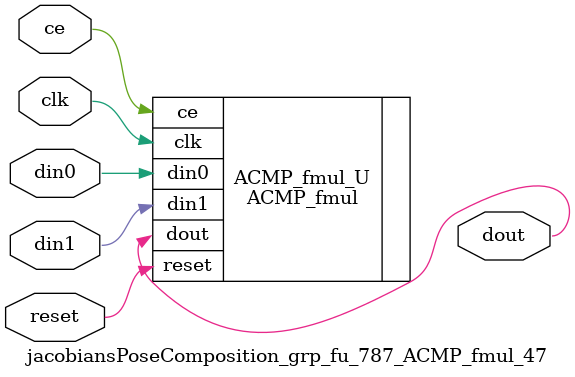
<source format=v>

`timescale 1 ns / 1 ps
module jacobiansPoseComposition_grp_fu_787_ACMP_fmul_47(
    clk,
    reset,
    ce,
    din0,
    din1,
    dout);

parameter ID = 32'd1;
parameter NUM_STAGE = 32'd1;
parameter din0_WIDTH = 32'd1;
parameter din1_WIDTH = 32'd1;
parameter dout_WIDTH = 32'd1;
input clk;
input reset;
input ce;
input[din0_WIDTH - 1:0] din0;
input[din1_WIDTH - 1:0] din1;
output[dout_WIDTH - 1:0] dout;



ACMP_fmul #(
.ID( ID ),
.NUM_STAGE( 4 ),
.din0_WIDTH( din0_WIDTH ),
.din1_WIDTH( din1_WIDTH ),
.dout_WIDTH( dout_WIDTH ))
ACMP_fmul_U(
    .clk( clk ),
    .reset( reset ),
    .ce( ce ),
    .din0( din0 ),
    .din1( din1 ),
    .dout( dout ));

endmodule

</source>
